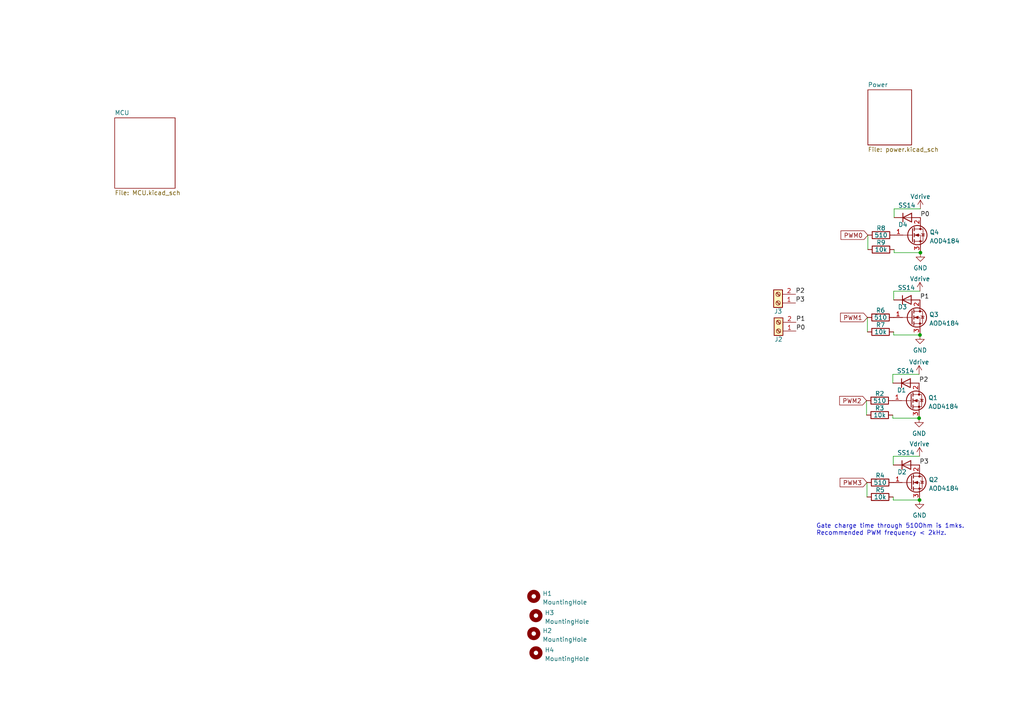
<source format=kicad_sch>
(kicad_sch (version 20230121) (generator eeschema)
  (paper "A4")
  (lib_symbols
    (symbol "Connector:Screw_Terminal_01x02" (pin_names (offset 1.016) hide)
      (property "Reference" "J" (at 0 2.54 0))
      (property "Value" "Screw_Terminal_01x02" (at 0 -5.08 0))
      (symbol "Screw_Terminal_01x02_1_1"
        (rectangle (start -1.27 1.27) (end 1.27 -3.81) (stroke (width 0.254)) (fill (type background)))
        (circle (center 0 -2.54) (radius 0.635) (stroke (width 0.1524)))
        (polyline (pts (xy -0.5334 -2.2098) (xy 0.3302 -3.048)) (stroke (width 0.1524)))
        (polyline (pts (xy -0.5334 0.3302) (xy 0.3302 -0.508)) (stroke (width 0.1524)))
        (polyline (pts (xy -0.3556 -2.032) (xy 0.508 -2.8702)) (stroke (width 0.1524)))
        (polyline (pts (xy -0.3556 0.508) (xy 0.508 -0.3302)) (stroke (width 0.1524)))
        (circle (center 0 0) (radius 0.635) (stroke (width 0.1524)))
        (pin passive line (at -5.08 0 0) (length 3.81) (name "Pin_1") (number "1"))
        (pin passive line (at -5.08 -2.54 0) (length 3.81) (name "Pin_2") (number "2"))
      )
    )
    (symbol "Device:D" (pin_numbers hide) (pin_names (offset 1.016) hide)
      (property "Reference" "D" (at 0 2.54 0))
      (property "Value" "D" (at 0 -2.54 0))
      (symbol "D_0_1"
        (polyline (pts (xy -1.27 1.27) (xy -1.27 -1.27)) (stroke (width 0.254)))
        (polyline (pts (xy 1.27 0) (xy -1.27 0)))
        (polyline (pts (xy 1.27 1.27) (xy 1.27 -1.27) (xy -1.27 0) (xy 1.27 1.27)) (stroke (width 0.254)))
      )
      (symbol "D_1_1"
        (pin passive line (at -3.81 0 0) (length 2.54) (name "K") (number "1"))
        (pin passive line (at 3.81 0 180) (length 2.54) (name "A") (number "2"))
      )
    )
    (symbol "Device:Q_NMOS_GDS" (pin_names (offset 0) hide)
      (property "Reference" "Q" (at 5.08 1.27 0))
      (property "Value" "Q_NMOS_GDS" (at 5.08 -1.27 0))
      (symbol "Q_NMOS_GDS_0_1"
        (polyline (pts (xy 0.254 0) (xy -2.54 0)))
        (polyline (pts (xy 0.254 1.905) (xy 0.254 -1.905)) (stroke (width 0.254)))
        (polyline (pts (xy 0.762 -1.27) (xy 0.762 -2.286)) (stroke (width 0.254)))
        (polyline (pts (xy 0.762 0.508) (xy 0.762 -0.508)) (stroke (width 0.254)))
        (polyline (pts (xy 0.762 2.286) (xy 0.762 1.27)) (stroke (width 0.254)))
        (polyline (pts (xy 2.54 2.54) (xy 2.54 1.778)))
        (polyline (pts (xy 2.54 -2.54) (xy 2.54 0) (xy 0.762 0)))
        (polyline (pts (xy 0.762 -1.778) (xy 3.302 -1.778) (xy 3.302 1.778) (xy 0.762 1.778)))
        (polyline (pts (xy 1.016 0) (xy 2.032 0.381) (xy 2.032 -0.381) (xy 1.016 0)) (fill (type outline)))
        (polyline (pts (xy 2.794 0.508) (xy 2.921 0.381) (xy 3.683 0.381) (xy 3.81 0.254)))
        (polyline (pts (xy 3.302 0.381) (xy 2.921 -0.254) (xy 3.683 -0.254) (xy 3.302 0.381)))
        (circle (center 1.651 0) (radius 2.794) (stroke (width 0.254)))
        (circle (center 2.54 -1.778) (radius 0.254) (fill (type outline)))
        (circle (center 2.54 1.778) (radius 0.254) (fill (type outline)))
      )
      (symbol "Q_NMOS_GDS_1_1"
        (pin input line (at -5.08 0 0) (length 2.54) (name "G") (number "1"))
        (pin passive line (at 2.54 5.08 270) (length 2.54) (name "D") (number "2"))
        (pin passive line (at 2.54 -5.08 90) (length 2.54) (name "S") (number "3"))
      )
    )
    (symbol "Device:R" (pin_numbers hide) (pin_names (offset 0))
      (property "Reference" "R" (at 2.032 0 90))
      (property "Value" "R" (at 0 0 90))
      (symbol "R_0_1"
        (rectangle (start -1.016 -2.54) (end 1.016 2.54) (stroke (width 0.254)))
      )
      (symbol "R_1_1"
        (pin passive line (at 0 3.81 270) (length 1.27) (name "~") (number "1"))
        (pin passive line (at 0 -3.81 90) (length 1.27) (name "~") (number "2"))
      )
    )
    (symbol "Mechanical:MountingHole" (pin_names (offset 1.016))
      (property "Reference" "H" (at 0 5.08 0))
      (property "Value" "MountingHole" (at 0 3.175 0))
      (symbol "MountingHole_0_1"
        (circle (center 0 0) (radius 1.27) (stroke (width 1.27)))
      )
    )
    (symbol "power:GND" (power) (pin_names (offset 0))
      (property "Value" "GND" (at 0 -3.81 0))
      (symbol "GND_0_1"
        (polyline (pts (xy 0 0) (xy 0 -1.27) (xy 1.27 -1.27) (xy 0 -2.54) (xy -1.27 -1.27) (xy 0 -1.27)))
      )
      (symbol "GND_1_1"
        (pin power_in line (at 0 0 270) (length 0) hide (name "GND") (number "1"))
      )
    )
    (symbol "power:Vdrive" (power) (pin_names (offset 0))
      (property "Value" "Vdrive" (at 0 3.81 0))
      (symbol "Vdrive_0_1"
        (polyline (pts (xy -0.762 1.27) (xy 0 2.54)))
        (polyline (pts (xy 0 0) (xy 0 2.54)))
        (polyline (pts (xy 0 2.54) (xy 0.762 1.27)))
      )
      (symbol "Vdrive_1_1"
        (pin power_in line (at 0 0 90) (length 0) hide (name "Vdrive") (number "1"))
      )
    )
  )
  (junction (at 266.954 73.279))
  (junction (at 266.827 97.155))
  (junction (at 266.573 121.285))
  (junction (at 266.7 145.034))
  (wire (pts (xy 259.08 132.334) (xy 259.08 134.874)))
  (wire (pts (xy 266.954 60.579) (xy 259.334 60.579)))
  (wire (pts (xy 259.334 73.279) (xy 259.334 72.39)))
  (wire (pts (xy 259.207 84.455) (xy 259.207 86.995)))
  (wire (pts (xy 251.46 139.954) (xy 251.46 144.145)))
  (wire (pts (xy 259.207 97.155) (xy 259.207 96.266)))
  (wire (pts (xy 266.954 73.279) (xy 259.334 73.279)))
  (wire (pts (xy 251.333 116.205) (xy 251.333 120.396)))
  (wire (pts (xy 266.827 84.455) (xy 259.207 84.455)))
  (wire (pts (xy 259.334 60.579) (xy 259.334 63.119)))
  (wire (pts (xy 251.714 68.199) (xy 251.714 72.39)))
  (wire (pts (xy 251.587 92.075) (xy 251.587 96.266)))
  (wire (pts (xy 266.7 132.334) (xy 259.08 132.334)))
  (wire (pts (xy 266.573 108.585) (xy 258.953 108.585)))
  (wire (pts (xy 259.08 145.034) (xy 259.08 144.145)))
  (wire (pts (xy 258.953 108.585) (xy 258.953 111.125)))
  (wire (pts (xy 266.827 97.155) (xy 259.207 97.155)))
  (wire (pts (xy 266.7 145.034) (xy 259.08 145.034)))
  (wire (pts (xy 258.953 121.285) (xy 258.953 120.396)))
  (wire (pts (xy 266.573 121.285) (xy 258.953 121.285)))
  (text "Gate charge time through 510Ohm is 1mks.\nRecommended PWM frequency < 2kHz." (at 236.728 155.448 0) (effects (font (size 1.27 1.27)) (justify left bottom)))
  (label "P3" (at 230.759 87.884 0))
  (label "P2" (at 230.759 85.344 0))
  (label "P3" (at 266.7 134.874 0))
  (label "P1" (at 266.827 86.995 0))
  (label "P2" (at 266.573 111.125 0))
  (label "P1" (at 230.886 93.472 0))
  (label "P0" (at 230.886 96.012 0))
  (label "P0" (at 266.954 63.119 0))
  (global_label "PWM2" (shape input) (at 251.333 116.205 180) (property "Intersheetrefs" "${INTERSHEET_REFS}" (effects hide)))
  (global_label "PWM1" (shape input) (at 251.587 92.075 180) (property "Intersheetrefs" "${INTERSHEET_REFS}" (effects hide)))
  (global_label "PWM3" (shape input) (at 251.46 139.954 180) (property "Intersheetrefs" "${INTERSHEET_REFS}" (effects hide)))
  (global_label "PWM0" (shape input) (at 251.714 68.199 180) (property "Intersheetrefs" "${INTERSHEET_REFS}" (effects hide)))
  (symbol (lib_id "Connector:Screw_Terminal_01x02") (at 225.679 87.884 180) (unit 1)
    (property "Reference" "J3" (at 225.679 90.297 0))
    (property "Value" "Screw_Terminal_01x02" (effects hide))
    (property "Footprint" "TerminalBlock_Phoenix:TerminalBlock_Phoenix_MKDS-1,5-2_1x02_P5.00mm_Horizontal" (effects hide))
  )
  (symbol (lib_id "power:Vdrive") (at 266.827 84.455 0) (unit 1)
    (property "Reference" "#PWR07" (effects hide))
    (property "Value" "Vdrive" (at 266.827 80.8792 0))
  )
  (symbol (lib_id "Mechanical:MountingHole") (at 155.448 178.562 0) (unit 1)
    (property "Reference" "H3" (at 157.988 177.7273 0) (effects (justify left)))
    (property "Value" "MountingHole" (at 157.988 180.2642 0) (effects (justify left)))
    (property "Footprint" "MountingHole:MountingHole_3.2mm_M3_DIN965_Pad" (effects hide))
  )
  (symbol (lib_id "Device:D") (at 263.144 63.119 0) (unit 1)
    (property "Reference" "D4" (at 261.874 65.151 0))
    (property "Value" "SS14" (at 263.017 59.563 0))
    (property "Footprint" "Diode_SMD:D_SMA_Handsoldering" (effects hide))
  )
  (symbol (lib_id "Device:D") (at 262.763 111.125 0) (unit 1)
    (property "Reference" "D1" (at 261.493 113.157 0))
    (property "Value" "SS14" (at 262.636 107.569 0))
    (property "Footprint" "Diode_SMD:D_SMA_Handsoldering" (effects hide))
  )
  (symbol (lib_id "Device:R") (at 255.27 144.145 90) (unit 1)
    (property "Reference" "R5" (at 255.27 142.113 90))
    (property "Value" "10k" (at 255.27 144.145 90))
    (property "Footprint" "Resistor_SMD:R_0603_1608Metric_Pad0.98x0.95mm_HandSolder" (effects hide))
  )
  (symbol (lib_id "Device:D") (at 263.017 86.995 0) (unit 1)
    (property "Reference" "D3" (at 261.747 89.027 0))
    (property "Value" "SS14" (at 262.89 83.439 0))
    (property "Footprint" "Diode_SMD:D_SMA_Handsoldering" (effects hide))
  )
  (symbol (lib_id "Mechanical:MountingHole") (at 154.813 183.769 0) (unit 1)
    (property "Reference" "H2" (at 157.353 182.9343 0) (effects (justify left)))
    (property "Value" "MountingHole" (at 157.353 185.4712 0) (effects (justify left)))
    (property "Footprint" "MountingHole:MountingHole_3.2mm_M3_DIN965_Pad" (effects hide))
  )
  (symbol (lib_id "power:GND") (at 266.827 97.155 0) (unit 1)
    (property "Reference" "#PWR08" (effects hide))
    (property "Value" "GND" (at 266.827 101.5984 0))
  )
  (symbol (lib_id "power:GND") (at 266.7 145.034 0) (unit 1)
    (property "Reference" "#PWR06" (effects hide))
    (property "Value" "GND" (at 266.7 149.4774 0))
  )
  (symbol (lib_id "power:Vdrive") (at 266.573 108.585 0) (unit 1)
    (property "Reference" "#PWR03" (effects hide))
    (property "Value" "Vdrive" (at 266.573 105.0092 0))
  )
  (symbol (lib_id "Device:R") (at 255.397 96.266 90) (unit 1)
    (property "Reference" "R7" (at 255.397 94.234 90))
    (property "Value" "10k" (at 255.397 96.266 90))
    (property "Footprint" "Resistor_SMD:R_0603_1608Metric_Pad0.98x0.95mm_HandSolder" (effects hide))
  )
  (symbol (lib_id "Device:D") (at 262.89 134.874 0) (unit 1)
    (property "Reference" "D2" (at 261.62 136.906 0))
    (property "Value" "SS14" (at 262.763 131.318 0))
    (property "Footprint" "Diode_SMD:D_SMA_Handsoldering" (effects hide))
  )
  (symbol (lib_id "Device:R") (at 255.524 72.39 90) (unit 1)
    (property "Reference" "R9" (at 255.524 70.358 90))
    (property "Value" "10k" (at 255.524 72.39 90))
    (property "Footprint" "Resistor_SMD:R_0603_1608Metric_Pad0.98x0.95mm_HandSolder" (effects hide))
  )
  (symbol (lib_id "Device:Q_NMOS_GDS") (at 264.033 116.205 0) (unit 1)
    (property "Reference" "Q1" (at 269.24 115.3703 0) (effects (justify left)))
    (property "Value" "AOD4184" (at 269.24 117.9072 0) (effects (justify left)))
    (property "Footprint" "Package_TO_SOT_SMD:TO-252-2" (effects hide))
  )
  (symbol (lib_id "power:GND") (at 266.954 73.279 0) (unit 1)
    (property "Reference" "#PWR010" (effects hide))
    (property "Value" "GND" (at 266.954 77.7224 0))
  )
  (symbol (lib_id "Device:R") (at 255.524 68.199 90) (unit 1)
    (property "Reference" "R8" (at 255.524 66.167 90))
    (property "Value" "510" (at 255.524 68.199 90))
    (property "Footprint" "Resistor_SMD:R_0603_1608Metric_Pad0.98x0.95mm_HandSolder" (effects hide))
  )
  (symbol (lib_id "Device:Q_NMOS_GDS") (at 264.287 92.075 0) (unit 1)
    (property "Reference" "Q3" (at 269.494 91.2403 0) (effects (justify left)))
    (property "Value" "AOD4184" (at 269.494 93.7772 0) (effects (justify left)))
    (property "Footprint" "Package_TO_SOT_SMD:TO-252-2" (effects hide))
  )
  (symbol (lib_id "power:GND") (at 266.573 121.285 0) (unit 1)
    (property "Reference" "#PWR04" (effects hide))
    (property "Value" "GND" (at 266.573 125.7284 0))
  )
  (symbol (lib_id "Device:R") (at 255.397 92.075 90) (unit 1)
    (property "Reference" "R6" (at 255.397 90.043 90))
    (property "Value" "510" (at 255.397 92.075 90))
    (property "Footprint" "Resistor_SMD:R_0603_1608Metric_Pad0.98x0.95mm_HandSolder" (effects hide))
  )
  (symbol (lib_id "power:Vdrive") (at 266.954 60.579 0) (unit 1)
    (property "Reference" "#PWR09" (effects hide))
    (property "Value" "Vdrive" (at 266.954 57.0032 0))
  )
  (symbol (lib_id "Mechanical:MountingHole") (at 154.813 172.974 0) (unit 1)
    (property "Reference" "H1" (at 157.353 172.1393 0) (effects (justify left)))
    (property "Value" "MountingHole" (at 157.353 174.6762 0) (effects (justify left)))
    (property "Footprint" "MountingHole:MountingHole_3.2mm_M3_DIN965_Pad" (effects hide))
  )
  (symbol (lib_id "Device:R") (at 255.143 120.396 90) (unit 1)
    (property "Reference" "R3" (at 255.143 118.364 90))
    (property "Value" "10k" (at 255.143 120.396 90))
    (property "Footprint" "Resistor_SMD:R_0603_1608Metric_Pad0.98x0.95mm_HandSolder" (effects hide))
  )
  (symbol (lib_id "Device:Q_NMOS_GDS") (at 264.414 68.199 0) (unit 1)
    (property "Reference" "Q4" (at 269.621 67.3643 0) (effects (justify left)))
    (property "Value" "AOD4184" (at 269.621 69.9012 0) (effects (justify left)))
    (property "Footprint" "Package_TO_SOT_SMD:TO-252-2" (effects hide))
  )
  (symbol (lib_id "Device:R") (at 255.143 116.205 90) (unit 1)
    (property "Reference" "R2" (at 255.143 114.173 90))
    (property "Value" "510" (at 255.143 116.205 90))
    (property "Footprint" "Resistor_SMD:R_0603_1608Metric_Pad0.98x0.95mm_HandSolder" (effects hide))
  )
  (symbol (lib_id "Mechanical:MountingHole") (at 155.448 189.357 0) (unit 1)
    (property "Reference" "H4" (at 157.988 188.5223 0) (effects (justify left)))
    (property "Value" "MountingHole" (at 157.988 191.0592 0) (effects (justify left)))
    (property "Footprint" "MountingHole:MountingHole_3.2mm_M3_DIN965_Pad" (effects hide))
  )
  (symbol (lib_id "power:Vdrive") (at 266.7 132.334 0) (unit 1)
    (property "Reference" "#PWR05" (effects hide))
    (property "Value" "Vdrive" (at 266.7 128.7582 0))
  )
  (symbol (lib_id "Connector:Screw_Terminal_01x02") (at 225.806 96.012 180) (unit 1)
    (property "Reference" "J2" (at 225.806 98.425 0))
    (property "Value" "Screw_Terminal_01x02" (effects hide))
    (property "Footprint" "TerminalBlock_Phoenix:TerminalBlock_Phoenix_MKDS-1,5-2_1x02_P5.00mm_Horizontal" (effects hide))
  )
  (symbol (lib_id "Device:R") (at 255.27 139.954 90) (unit 1)
    (property "Reference" "R4" (at 255.27 137.922 90))
    (property "Value" "510" (at 255.27 139.954 90))
    (property "Footprint" "Resistor_SMD:R_0603_1608Metric_Pad0.98x0.95mm_HandSolder" (effects hide))
  )
  (symbol (lib_id "Device:Q_NMOS_GDS") (at 264.16 139.954 0) (unit 1)
    (property "Reference" "Q2" (at 269.367 139.1193 0) (effects (justify left)))
    (property "Value" "AOD4184" (at 269.367 141.6562 0) (effects (justify left)))
    (property "Footprint" "Package_TO_SOT_SMD:TO-252-2" (effects hide))
  )
  (sheet (at 33.274 34.163) (size 17.526 20.447) (stroke (width 0.1524))
    (property "Sheetname" "MCU" (at 33.274 33.4514 0) (effects (justify left bottom)))
    (property "Sheetfile" "MCU.kicad_sch" (at 33.274 55.1946 0) (effects (justify left top)))
  )
  (sheet (at 251.714 26.035) (size 12.7 16.002) (stroke (width 0.1524))
    (property "Sheetname" "Power" (at 251.714 25.3234 0) (effects (justify left bottom)))
    (property "Sheetfile" "power.kicad_sch" (at 251.714 42.6216 0) (effects (justify left top)))
  )
)
</source>
